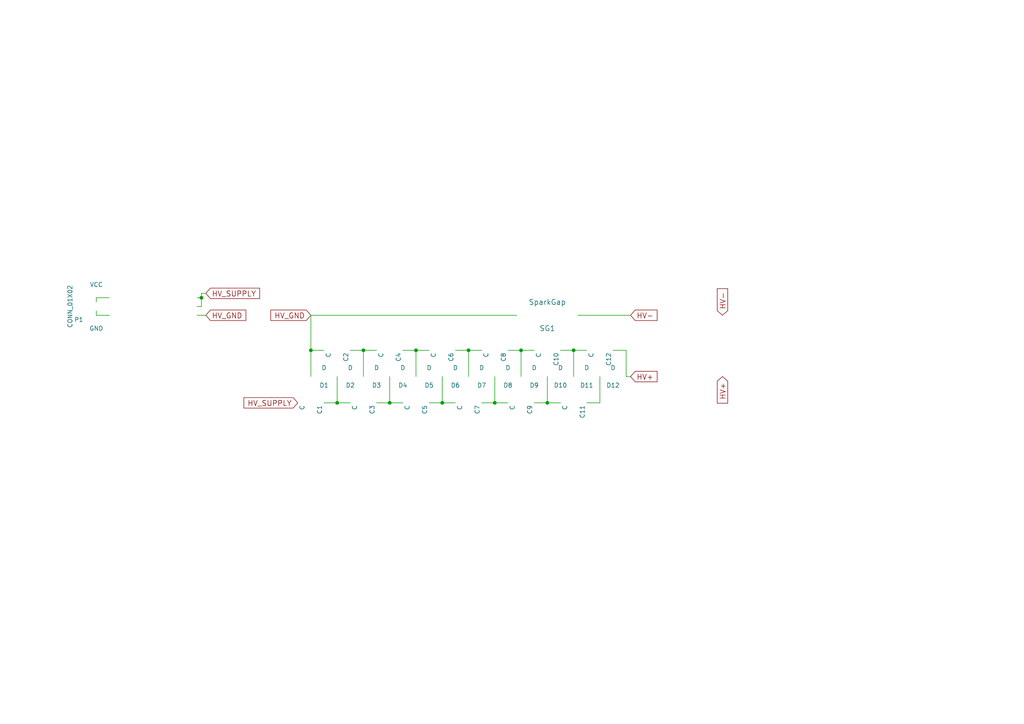
<source format=kicad_sch>
(kicad_sch (version 20230121) (generator eeschema)
  (paper "A4")
  (lib_symbols)
  (junction (at 158.75 116.84))
  (junction (at 128.27 116.84))
  (junction (at 105.41 101.6))
  (junction (at 166.37 101.6))
  (junction (at 113.03 116.84))
  (junction (at 143.51 116.84))
  (junction (at 97.79 116.84))
  (junction (at 135.89 101.6))
  (junction (at 90.17 101.6))
  (junction (at 58.42 86.36))
  (junction (at 120.65 101.6))
  (junction (at 151.13 101.6))
  (wire (pts (xy 93.98 101.6) (xy 90.17 101.6)))
  (wire (pts (xy 58.42 86.36) (xy 58.42 85.09)))
  (wire (pts (xy 27.94 86.36) (xy 27.94 87.63)))
  (wire (pts (xy 120.65 101.6) (xy 124.46 101.6)))
  (wire (pts (xy 181.61 109.22) (xy 182.88 109.22)))
  (wire (pts (xy 113.03 116.84) (xy 116.84 116.84)))
  (wire (pts (xy 135.89 101.6) (xy 135.89 109.22)))
  (wire (pts (xy 120.65 101.6) (xy 120.65 109.22)))
  (wire (pts (xy 90.17 91.44) (xy 90.17 101.6)))
  (wire (pts (xy 147.32 101.6) (xy 151.13 101.6)))
  (wire (pts (xy 57.15 86.36) (xy 58.42 86.36)))
  (wire (pts (xy 27.94 90.17) (xy 27.94 91.44)))
  (wire (pts (xy 105.41 101.6) (xy 109.22 101.6)))
  (wire (pts (xy 101.6 101.6) (xy 105.41 101.6)))
  (wire (pts (xy 151.13 101.6) (xy 154.94 101.6)))
  (wire (pts (xy 135.89 101.6) (xy 139.7 101.6)))
  (wire (pts (xy 128.27 116.84) (xy 132.08 116.84)))
  (wire (pts (xy 151.13 101.6) (xy 151.13 109.22)))
  (wire (pts (xy 57.15 88.9) (xy 58.42 88.9)))
  (wire (pts (xy 58.42 85.09) (xy 59.69 85.09)))
  (wire (pts (xy 143.51 109.22) (xy 143.51 116.84)))
  (wire (pts (xy 166.37 101.6) (xy 166.37 109.22)))
  (wire (pts (xy 166.37 101.6) (xy 170.18 101.6)))
  (wire (pts (xy 27.94 91.44) (xy 31.75 91.44)))
  (wire (pts (xy 116.84 101.6) (xy 120.65 101.6)))
  (wire (pts (xy 58.42 88.9) (xy 58.42 86.36)))
  (wire (pts (xy 154.94 116.84) (xy 158.75 116.84)))
  (wire (pts (xy 181.61 101.6) (xy 181.61 109.22)))
  (wire (pts (xy 93.98 116.84) (xy 97.79 116.84)))
  (wire (pts (xy 182.88 91.44) (xy 167.64 91.44)))
  (wire (pts (xy 97.79 116.84) (xy 97.79 109.22)))
  (wire (pts (xy 173.99 116.84) (xy 173.99 109.22)))
  (wire (pts (xy 124.46 116.84) (xy 128.27 116.84)))
  (wire (pts (xy 162.56 101.6) (xy 166.37 101.6)))
  (wire (pts (xy 177.8 101.6) (xy 181.61 101.6)))
  (wire (pts (xy 105.41 101.6) (xy 105.41 109.22)))
  (wire (pts (xy 113.03 116.84) (xy 113.03 109.22)))
  (wire (pts (xy 109.22 116.84) (xy 113.03 116.84)))
  (wire (pts (xy 128.27 116.84) (xy 128.27 109.22)))
  (wire (pts (xy 90.17 91.44) (xy 149.86 91.44)))
  (wire (pts (xy 31.75 86.36) (xy 27.94 86.36)))
  (wire (pts (xy 158.75 116.84) (xy 162.56 116.84)))
  (wire (pts (xy 158.75 116.84) (xy 158.75 109.22)))
  (wire (pts (xy 132.08 101.6) (xy 135.89 101.6)))
  (wire (pts (xy 170.18 116.84) (xy 173.99 116.84)))
  (wire (pts (xy 139.7 116.84) (xy 143.51 116.84)))
  (wire (pts (xy 143.51 116.84) (xy 147.32 116.84)))
  (wire (pts (xy 57.15 91.44) (xy 59.69 91.44)))
  (wire (pts (xy 97.79 116.84) (xy 101.6 116.84)))
  (wire (pts (xy 90.17 101.6) (xy 90.17 109.22)))
  (global_label "HV-" (shape input) (at 182.88 91.44 0) (effects (font (size 1.524 1.524))) (property "Intersheetrefs" "${INTERSHEET_REFS}" (effects hide)))
  (global_label "HV+" (shape input) (at 209.55 109.22 270) (effects (font (size 1.524 1.524))) (property "Intersheetrefs" "${INTERSHEET_REFS}" (effects hide)))
  (global_label "HV_GND" (shape input) (at 90.17 91.44 180) (effects (font (size 1.524 1.524))) (property "Intersheetrefs" "${INTERSHEET_REFS}" (effects hide)))
  (global_label "HV_SUPPLY" (shape input) (at 59.69 85.09 0) (effects (font (size 1.524 1.524))) (property "Intersheetrefs" "${INTERSHEET_REFS}" (effects hide)))
  (global_label "HV_SUPPLY" (shape input) (at 86.36 116.84 180) (effects (font (size 1.524 1.524))) (property "Intersheetrefs" "${INTERSHEET_REFS}" (effects hide)))
  (global_label "HV_GND" (shape input) (at 59.69 91.44 0) (effects (font (size 1.524 1.524))) (property "Intersheetrefs" "${INTERSHEET_REFS}" (effects hide)))
  (global_label "HV-" (shape input) (at 209.55 91.44 90) (effects (font (size 1.524 1.524))) (property "Intersheetrefs" "${INTERSHEET_REFS}" (effects hide)))
  (global_label "HV+" (shape input) (at 182.88 109.22 0) (effects (font (size 1.524 1.524))) (property "Intersheetrefs" "${INTERSHEET_REFS}" (effects hide)))
  (symbol (lib_id "D") (at 93.98 109.22 180) (unit 1)
    (property "Reference" "D1" (at 93.98 111.76 0))
    (property "Value" "D" (at 93.98 106.68 0))
    (property "Footprint" "Diodes_ThroughHole:Diode_DO-41_SOD81_Horizontal_RM10" (effects hide))
  )
  (symbol (lib_id "D") (at 101.6 109.22 180) (unit 1)
    (property "Reference" "D2" (at 101.6 111.76 0))
    (property "Value" "D" (at 101.6 106.68 0))
    (property "Footprint" "Diodes_ThroughHole:Diode_DO-41_SOD81_Horizontal_RM10" (effects hide))
  )
  (symbol (lib_id "D") (at 109.22 109.22 180) (unit 1)
    (property "Reference" "D3" (at 109.22 111.76 0))
    (property "Value" "D" (at 109.22 106.68 0))
    (property "Footprint" "Diodes_ThroughHole:Diode_DO-41_SOD81_Horizontal_RM10" (effects hide))
  )
  (symbol (lib_id "D") (at 116.84 109.22 180) (unit 1)
    (property "Reference" "D4" (at 116.84 111.76 0))
    (property "Value" "D" (at 116.84 106.68 0))
    (property "Footprint" "Diodes_ThroughHole:Diode_DO-41_SOD81_Horizontal_RM10" (effects hide))
  )
  (symbol (lib_id "D") (at 124.46 109.22 180) (unit 1)
    (property "Reference" "D5" (at 124.46 111.76 0))
    (property "Value" "D" (at 124.46 106.68 0))
    (property "Footprint" "Diodes_ThroughHole:Diode_DO-41_SOD81_Horizontal_RM10" (effects hide))
  )
  (symbol (lib_id "D") (at 132.08 109.22 180) (unit 1)
    (property "Reference" "D6" (at 132.08 111.76 0))
    (property "Value" "D" (at 132.08 106.68 0))
    (property "Footprint" "Diodes_ThroughHole:Diode_DO-41_SOD81_Horizontal_RM10" (effects hide))
  )
  (symbol (lib_id "D") (at 139.7 109.22 180) (unit 1)
    (property "Reference" "D7" (at 139.7 111.76 0))
    (property "Value" "D" (at 139.7 106.68 0))
    (property "Footprint" "Diodes_ThroughHole:Diode_DO-41_SOD81_Horizontal_RM10" (effects hide))
  )
  (symbol (lib_id "D") (at 147.32 109.22 180) (unit 1)
    (property "Reference" "D8" (at 147.32 111.76 0))
    (property "Value" "D" (at 147.32 106.68 0))
    (property "Footprint" "Diodes_ThroughHole:Diode_DO-41_SOD81_Horizontal_RM10" (effects hide))
  )
  (symbol (lib_id "D") (at 154.94 109.22 180) (unit 1)
    (property "Reference" "D9" (at 154.94 111.76 0))
    (property "Value" "D" (at 154.94 106.68 0))
    (property "Footprint" "Diodes_ThroughHole:Diode_DO-41_SOD81_Horizontal_RM10" (effects hide))
  )
  (symbol (lib_id "D") (at 162.56 109.22 180) (unit 1)
    (property "Reference" "D10" (at 162.56 111.76 0))
    (property "Value" "D" (at 162.56 106.68 0))
    (property "Footprint" "Diodes_ThroughHole:Diode_DO-41_SOD81_Horizontal_RM10" (effects hide))
  )
  (symbol (lib_id "D") (at 170.18 109.22 180) (unit 1)
    (property "Reference" "D11" (at 170.18 111.76 0))
    (property "Value" "D" (at 170.18 106.68 0))
    (property "Footprint" "Diodes_ThroughHole:Diode_DO-41_SOD81_Horizontal_RM10" (effects hide))
  )
  (symbol (lib_id "D") (at 177.8 109.22 180) (unit 1)
    (property "Reference" "D12" (at 177.8 111.76 0))
    (property "Value" "D" (at 177.8 106.68 0))
    (property "Footprint" "Diodes_ThroughHole:Diode_DO-41_SOD81_Horizontal_RM10" (effects hide))
  )
  (symbol (lib_id "C") (at 97.79 101.6 270) (unit 1)
    (property "Reference" "C2" (at 100.33 102.235 0) (effects (justify left)))
    (property "Value" "C" (at 95.25 102.235 0) (effects (justify left)))
    (property "Footprint" "Capacitors_ThroughHole:C_Disc_D12_P7.75" (effects hide))
  )
  (symbol (lib_id "C") (at 113.03 101.6 270) (unit 1)
    (property "Reference" "C4" (at 115.57 102.235 0) (effects (justify left)))
    (property "Value" "C" (at 110.49 102.235 0) (effects (justify left)))
    (property "Footprint" "Capacitors_ThroughHole:C_Disc_D12_P7.75" (effects hide))
  )
  (symbol (lib_id "C") (at 128.27 101.6 270) (unit 1)
    (property "Reference" "C6" (at 130.81 102.235 0) (effects (justify left)))
    (property "Value" "C" (at 125.73 102.235 0) (effects (justify left)))
    (property "Footprint" "Capacitors_ThroughHole:C_Disc_D12_P7.75" (effects hide))
  )
  (symbol (lib_id "C") (at 143.51 101.6 270) (unit 1)
    (property "Reference" "C8" (at 146.05 102.235 0) (effects (justify left)))
    (property "Value" "C" (at 140.97 102.235 0) (effects (justify left)))
    (property "Footprint" "Capacitors_ThroughHole:C_Disc_D12_P7.75" (effects hide))
  )
  (symbol (lib_id "C") (at 158.75 101.6 270) (unit 1)
    (property "Reference" "C10" (at 161.29 102.235 0) (effects (justify left)))
    (property "Value" "C" (at 156.21 102.235 0) (effects (justify left)))
    (property "Footprint" "Capacitors_ThroughHole:C_Disc_D12_P7.75" (effects hide))
  )
  (symbol (lib_id "C") (at 173.99 101.6 270) (unit 1)
    (property "Reference" "C12" (at 176.53 102.235 0) (effects (justify left)))
    (property "Value" "C" (at 171.45 102.235 0) (effects (justify left)))
    (property "Footprint" "Capacitors_ThroughHole:C_Disc_D12_P7.75" (effects hide))
  )
  (symbol (lib_id "C") (at 90.17 116.84 270) (unit 1)
    (property "Reference" "C1" (at 92.71 117.475 0) (effects (justify left)))
    (property "Value" "C" (at 87.63 117.475 0) (effects (justify left)))
    (property "Footprint" "Capacitors_ThroughHole:C_Disc_D12_P7.75" (effects hide))
  )
  (symbol (lib_id "C") (at 105.41 116.84 270) (unit 1)
    (property "Reference" "C3" (at 107.95 117.475 0) (effects (justify left)))
    (property "Value" "C" (at 102.87 117.475 0) (effects (justify left)))
    (property "Footprint" "Capacitors_ThroughHole:C_Disc_D12_P7.75" (effects hide))
  )
  (symbol (lib_id "C") (at 120.65 116.84 270) (unit 1)
    (property "Reference" "C5" (at 123.19 117.475 0) (effects (justify left)))
    (property "Value" "C" (at 118.11 117.475 0) (effects (justify left)))
    (property "Footprint" "Capacitors_ThroughHole:C_Disc_D12_P7.75" (effects hide))
  )
  (symbol (lib_id "C") (at 135.89 116.84 270) (unit 1)
    (property "Reference" "C7" (at 138.43 117.475 0) (effects (justify left)))
    (property "Value" "C" (at 133.35 117.475 0) (effects (justify left)))
    (property "Footprint" "Capacitors_ThroughHole:C_Disc_D12_P7.75" (effects hide))
  )
  (symbol (lib_id "C") (at 151.13 116.84 270) (unit 1)
    (property "Reference" "C9" (at 153.67 117.475 0) (effects (justify left)))
    (property "Value" "C" (at 148.59 117.475 0) (effects (justify left)))
    (property "Footprint" "Capacitors_ThroughHole:C_Disc_D12_P7.75" (effects hide))
  )
  (symbol (lib_id "C") (at 166.37 116.84 270) (unit 1)
    (property "Reference" "C11" (at 168.91 117.475 0) (effects (justify left)))
    (property "Value" "C" (at 163.83 117.475 0) (effects (justify left)))
    (property "Footprint" "Capacitors_ThroughHole:C_Disc_D12_P7.75" (effects hide))
  )
  (symbol (lib_id "SparkGap") (at 158.75 91.44 0) (unit 1)
    (property "Reference" "SG1" (at 158.75 95.25 0) (effects (font (size 1.524 1.524))))
    (property "Value" "SparkGap" (at 158.75 87.63 0) (effects (font (size 1.524 1.524))))
    (property "Footprint" "NQBit:SparkGap" (effects hide))
  )
  (symbol (lib_id "ROYER") (at 44.45 88.9 0) (unit 1)
    (property "Reference" "MOD1" (at 44.45 95.25 0) (effects (font (size 1.524 1.524))))
    (property "Value" "ROYER" (at 44.45 82.55 0) (effects (font (size 1.524 1.524))))
    (property "Footprint" "NQBit:Royer" (effects hide))
  )
  (symbol (lib_id "SparkGap") (at 209.55 100.33 270) (unit 1)
    (property "Reference" "SG2" (at 205.74 100.33 0) (effects (font (size 1.524 1.524))))
    (property "Value" "SparkGap" (at 213.36 100.33 0) (effects (font (size 1.524 1.524))))
    (property "Footprint" "NQBit:SparkGap" (effects hide))
  )
  (symbol (lib_id "CONN_01X02") (at 22.86 88.9 180) (unit 1)
    (property "Reference" "P1" (at 22.86 92.71 0))
    (property "Value" "CONN_01X02" (at 20.32 88.9 90))
    (property "Footprint" "Pin_Headers:Pin_Header_Straight_1x02" (effects hide))
  )
  (symbol (lib_id "GND") (at 27.94 91.44 0) (unit 1)
    (property "Reference" "#PWR01" (effects hide))
    (property "Value" "GND" (at 27.94 95.25 0))
  )
  (symbol (lib_id "VCC") (at 27.94 86.36 0) (unit 1)
    (property "Reference" "#PWR02" (effects hide))
    (property "Value" "VCC" (at 27.94 82.55 0))
  )
)
</source>
